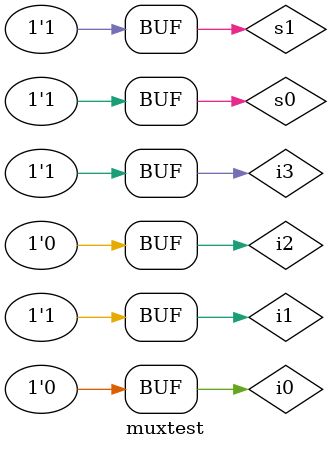
<source format=v>
`timescale 1ns / 1ps


module muxtest;

	// Inputs
	reg i0;
	reg i1;
	reg i2;
	reg i3;
	reg s0;
	reg s1;

	// Outputs
	wire o;

	// Instantiate the Unit Under Test (UUT)
	four_mux uut (
		.o(o), 
		.i0(i0), 
		.i1(i1), 
		.i2(i2), 
		.i3(i3), 
		.s0(s0), 
		.s1(s1)
	);

	initial begin
		// Initialize Inputs
		i0 = 0;
		i1 = 1;
		i2 = 0;
		i3 = 1;
		s0 = 0;
		s1 = 0;

		// Wait 100 ns for global reset to finish
		#100;
      i0 = 0;
		i1 = 1;
		i2 = 0;
		i3 = 1;
		s0 = 0;
		s1 = 1;
		// Wait 100 ns for global reset to finish
		#100;
      i0 = 0;
		i1 = 1;
		i2 = 0;
		i3 = 1;
		s0 = 1;
		s1 = 0;
		// Wait 100 ns for global reset to finish
		#100;
      i0 = 0;
		i1 = 1;
		i2 = 0;
		i3 = 1;
		s0 = 1;
		s1 = 1;
	end
      
endmodule


</source>
